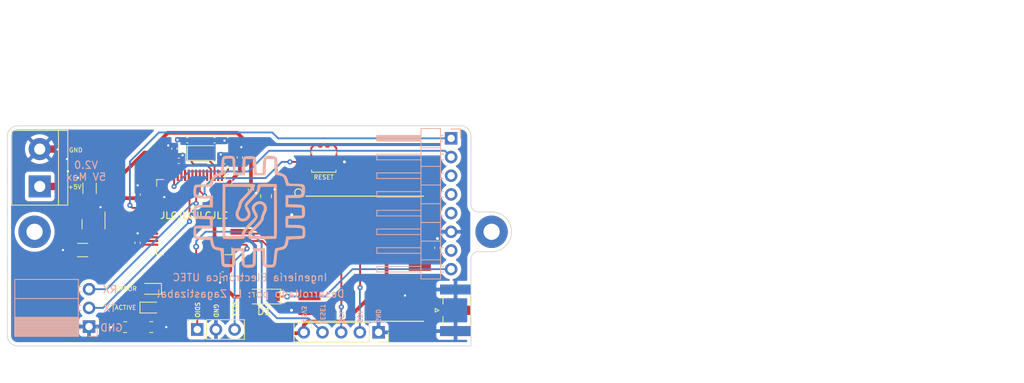
<source format=kicad_pcb>
(kicad_pcb (version 20211014) (generator pcbnew)
  (layers (0 "F.Cu" signal) (31 "B.Cu" power) (34 "B.Paste" user) (35 "F.Paste" user) (36 "B.SilkS" user "B.Silkscreen") (37 "F.SilkS" user "F.Silkscreen") (38 "B.Mask" user) (39 "F.Mask" user) (44 "Edge.Cuts" user))
  (net 0 "")
  (net 1 "+3V3")
  (net 2 "I2C1_SCL")
  (net 3 "GND")
  (net 4 "I2C1_SDA")
  (net 6 "NRST")
  (net 7 "+3.3VA")
  (net 8 "Net-(D1-Pad1)")
  (net 9 "Net-(D2-Pad1)")
  (net 10 "RESET_RFM9X")
  (net 12 "/ANT")
  (net 17 "V_REF_IN")
  (net 18 "GREEN_LED")
  (net 19 "V_REF_OUT")
  (net 20 "V_GAS")
  (net 21 "RED_LED")
  (net 23 "SWDIO")
  (net 24 "SWCLK")
  (net 28 "+5V")
  (net 33 "SPI3_NSS")
  (net 34 "SPI3_SCK")
  (net 35 "SPI3_MISO")
  (net 36 "SPI3_MOSI")
  (net 37 "LSE_IN")
  (net 38 "LSE_OUT")
  (net 39 "Net-(D3-Pad1)")
  (net 40 "LPUART1_TX")
  (net 41 "LPUART1_RX")
  (net 42 "BOOT0")
  (net 61 "RESET_SHT31")
  (footprint "TerminalBlock:TerminalBlock_bornier-2_P5.08mm" (layer "F.Cu") (at 48.2 92.14 90)
    (fp_text reference "J1" hide)
    (fp_text value "Input")
  )
  (footprint "Capacitor_SMD:C_0402_1005Metric" (layer "F.Cu") (at 68.25 85.855 180)
    (fp_text reference "C13" hide)
    (fp_text value "13p")
  )
  (footprint "Capacitor_SMD:C_0402_1005Metric" (layer "F.Cu") (at 102.24 100.48 90)
    (fp_text reference "C14" hide)
    (fp_text value "100n")
  )
  (footprint "Diode_SMD:D_SOD-123" (layer "F.Cu") (at 78.71 107.1 180)
    (fp_text reference "D1")
    (fp_text value "Schottky SD103AW")
  )
  (footprint "Package_QFP:LQFP-64_10x10mm_P0.5mm" (layer "F.Cu") (at 69.2 96.3 -90)
    (fp_text reference "U1" hide)
    (fp_text value "STM32L431RCTx" hide)
  )
  (footprint "Capacitor_SMD:C_0402_1005Metric" (layer "F.Cu") (at 66.5 87 90)
    (fp_text reference "C10" hide)
    (fp_text value "1u")
  )
  (footprint "Capacitor_SMD:C_0402_1005Metric" (layer "F.Cu") (at 67.1 88.65)
    (fp_text reference "C11" hide)
    (fp_text value "10n")
  )
  (footprint "Capacitor_SMD:C_1206_3216Metric" (layer "F.Cu") (at 54.97 92.4 90)
    (fp_text reference "C1" hide)
    (fp_text value "4u7")
  )
  (footprint "MountingHole:MountingHole_2.2mm_M2_Pad" (layer "F.Cu") (at 109.6 98.3)
    (fp_text reference "H1" hide)
    (fp_text value "MountingHole" hide)
  )
  (footprint "Capacitor_SMD:C_0402_1005Metric" (layer "F.Cu") (at 76.9 92.55 -90)
    (fp_text reference "C8" hide)
    (fp_text value "100n")
  )
  (footprint "Capacitor_SMD:C_0402_1005Metric" (layer "F.Cu") (at 75.4 88.2 90)
    (fp_text reference "C3" hide)
    (fp_text value "1u")
  )
  (footprint "Capacitor_SMD:C_0402_1005Metric" (layer "F.Cu") (at 61.5 99.8 90)
    (fp_text reference "C6" hide)
    (fp_text value "100n")
  )
  (footprint "Inductor_SMD:L_0402_1005Metric" (layer "F.Cu") (at 64.75 87.55)
    (fp_text reference "L1" hide)
    (fp_text value "39n")
  )
  (footprint "Capacitor_SMD:C_1206_3216Metric" (layer "F.Cu") (at 54.03 100.78 180)
    (fp_text reference "C2" hide)
    (fp_text value "4u7")
  )
  (footprint "Button_Switch_SMD:SW_SPST_B3U-1000P" (layer "F.Cu") (at 86.8 88.8)
    (fp_text reference "SW1" hide)
    (fp_text value "SW_Push")
  )
  (footprint "Resistor_SMD:R_0805_2012Metric" (layer "F.Cu") (at 78.95 93.46 90)
    (fp_text reference "R1" hide)
    (fp_text value "10k")
  )
  (footprint "Resistor_SMD:R_0805_2012Metric" (layer "F.Cu") (at 63.35 111.25)
    (fp_text reference "R2" hide)
    (fp_text value "10k")
  )
  (footprint "Crystal:Q13FC1350000400" (layer "F.Cu") (at 70.05 84.7)
    (fp_text reference "Y1" hide)
    (fp_text value "Q-SC32S03210C5AAAF 32.768kHz")
  )
  (footprint "Resistor_SMD:R_0805_2012Metric" (layer "F.Cu") (at 59.8 111.25 180)
    (fp_text reference "R3" hide)
    (fp_text value "10k")
  )
  (footprint "Capacitor_SMD:C_0402_1005Metric" (layer "F.Cu") (at 73.3 88.7 180)
    (fp_text reference "C4" hide)
    (fp_text value "100n")
  )
  (footprint "Package_TO_SOT_SMD:SOT-23" (layer "F.Cu") (at 55.51 97.27 -90)
    (fp_text reference "U3" hide)
    (fp_text value "HE9073A33MR")
  )
  (footprint "Connector_PinSocket_2.54mm:PinSocket_1x05_P2.54mm_Vertical" (layer "F.Cu") (at 94.24 111.96 -90)
    (fp_text reference "J4" hide)
    (fp_text value "Conn_01x05_Male")
  )
  (footprint "Capacitor_SMD:C_0402_1005Metric" (layer "F.Cu") (at 86.8 86.55)
    (fp_text reference "C9" hide)
    (fp_text value "100n")
  )
  (footprint "Capacitor_SMD:C_0402_1005Metric" (layer "F.Cu") (at 71.95 85.855)
    (fp_text reference "C12" hide)
    (fp_text value "13p")
  )
  (footprint "Capacitor_SMD:C_0402_1005Metric" (layer "F.Cu") (at 73.05 104.1 180)
    (fp_text reference "C7" hide)
    (fp_text value "100n")
  )
  (footprint "LoRa_RFM9x:RFM9X-SMD" (layer "F.Cu") (at 92.35 101.96)
    (fp_text reference "U2" hide)
    (fp_text value "RFM9X")
  )
  (footprint "Capacitor_SMD:C_0402_1005Metric" (layer "F.Cu") (at 61.5 93.25 90)
    (fp_text reference "C5" hide)
    (fp_text value "100n")
  )
  (footprint "MountingHole:MountingHole_2.2mm_M2_Pad" (layer "F.Cu") (at 47.5 98.3)
    (fp_text reference "H2" hide)
    (fp_text value "MountingHole" hide)
  )
  (footprint "LED_SMD:LED_0603_1608Metric" (layer "F.Cu") (at 63.3 108.6)
    (fp_text reference "D2" hide)
    (fp_text value "Green")
  )
  (footprint "LED_SMD:LED_0603_1608Metric" (layer "F.Cu") (at 63.25 106.05 180)
    (fp_text reference "D3" hide)
    (fp_text value "Red")
  )
  (footprint "Connector_PinSocket_2.54mm:PinSocket_1x03_P2.54mm_Vertical" (layer "F.Cu") (at 69.6 111.575 90)
    (fp_text reference "J2" hide)
    (fp_text value "Conn_01x03")
  )
  (footprint "Connector_Coaxial:SMA_Samtec_SMA-J-P-X-ST-EM1_EdgeMount" (layer "F.Cu") (at 104.7 108.97 90)
    (fp_text reference "J7" hide)
    (fp_text value "SMA")
  )
  (footprint "Symbol:electronica" (layer "B.Cu") (at 76.727211 94.987333 180)
    (fp_text reference "G***" hide)
    (fp_text value "LOGO" hide)
  )
  (footprint "Connector_PinSocket_2.54mm:PinSocket_1x03_P2.54mm_Horizontal" (layer "B.Cu") (at 54.9 111.18)
    (fp_text reference "J5" hide)
    (fp_text value "Conn_01x03_Female")
  )
  (footprint "Connector_PinHeader_2.54mm:PinHeader_1x08_P2.54mm_Horizontal" (layer "B.Cu") (at 104.1 85.6 180)
    (fp_text reference "J3" hide)
    (fp_text value "SPEC Sensor 968-001")
  )
  (gr_line (start 45.2 83.9) (end 105.40332 83.89668) (layer "Edge.Cuts") (width 0.1))
  (gr_arc (start 43.8 85.3) (mid 44.21102 84.31102) (end 45.2 83.9) (layer "Edge.Cuts") (width 0.1))
  (gr_line (start 106.80332 85.29668) (end 106.8 94.622183) (layer "Edge.Cuts") (width 0.1))
  (gr_arc (start 107.7 95.6) (mid 107.05925 95.286661) (end 106.8 94.622183) (layer "Edge.Cuts") (width 0.1))
  (gr_arc (start 105.40332 83.89668) (mid 106.3923 84.3077) (end 106.80332 85.29668) (layer "Edge.Cuts") (width 0.1))
  (gr_arc (start 106.8 101.9) (mid 107.113339 101.25925) (end 107.777817 101) (layer "Edge.Cuts") (width 0.1))
  (gr_arc (start 45.19668 113.80332) (mid 44.209051 113.390949) (end 43.79668 112.40332) (layer "Edge.Cuts") (width 0.1))
  (gr_line (start 43.8 85.3) (end 43.79668 112.40332) (layer "Edge.Cuts") (width 0.1))
  (gr_line (start 45.19668 113.80332) (end 106.8 113.8) (layer "Edge.Cuts") (width 0.1))
  (gr_line (start 107.7 95.6) (end 109.7 95.6) (layer "Edge.Cuts") (width 0.1))
  (gr_line (start 106.8 101.9) (end 106.8 113.8) (layer "Edge.Cuts") (width 0.1))
  (gr_arc (start 109.7 95.6) (mid 112.30416 98.352783) (end 109.6 101.007397) (layer "Edge.Cuts") (width 0.1))
  (gr_line (start 107.777817 101) (end 109.6 101.007397) (layer "Edge.Cuts") (width 0.1))
  (gr_text "SDA" (at 91.7 109.8 270) (layer "B.SilkS") (effects (font (size 0.6 0.6) (thickness 0.125)) (justify mirror)))
  (gr_text "+3V3" (at 84.09 109.58 270) (layer "B.SilkS") (effects (font (size 0.6 0.6) (thickness 0.125)) (justify mirror)))
  (gr_text "RESET" (at 86.64 109.53 270) (layer "B.SilkS") (effects (font (size 0.6 0.6) (thickness 0.125)) (justify mirror)))
  (gr_text "Desarrollado por: L. Zagastizabal" (at 76.84 106.73) (layer "B.SilkS") (effects (font (size 1 1)) (justify mirror)))
  (gr_text "V2.0\n5V Max" (at 54.49 90.04) (layer "B.SilkS") (effects (font (size 1 1)) (justify mirror)))
  (gr_text "GND" (at 94.19 109.73 270) (layer "B.SilkS") (effects (font (size 0.6 0.6) (thickness 0.125)) (justify mirror)))
  (gr_text "TX\n" (at 57.7 108.69) (layer "B.SilkS") (effects (font (size 1 1)) (justify mirror)))
  (gr_text "Ingeniería Electrónica UTEC" (at 76.76 104.5) (layer "B.SilkS") (effects (font (size 1 1)) (justify mirror)))
  (gr_text "RX\n" (at 57.75 106.14) (layer "B.SilkS") (effects (font (size 1 1)) (justify mirror)))
  (gr_text "GND" (at 57.95 111.34) (layer "B.SilkS") (effects (font (size 1 1)) (justify mirror)))
  (gr_text "SCL" (at 89.2 109.8 270) (layer "B.SilkS") (effects (font (size 0.6 0.6) (thickness 0.125)) (justify mirror)))
  (gr_text "+5V" (at 52.95 92.2) (layer "F.SilkS") (effects (font (size 0.6 0.6) (thickness 0.1))))
  (gr_text "." (at 73.7 88.9) (layer "F.SilkS") (effects (font (size 1.5 1.5) (thickness 0.3))))
  (gr_text "GND" (at 53.1 87.2) (layer "F.SilkS") (effects (font (size 0.6 0.6) (thickness 0.1))))
  (gr_text "RESET" (at 86.79 90.89) (layer "F.SilkS") (effects (font (size 0.6 0.6) (thickness 0.1))))
  (gr_text "ERROR" (at 59.9 106.05) (layer "F.SilkS") (effects (font (size 0.6 0.6) (thickness 0.1))))
  (gr_text "JLCJLCJLCJLC\n" (at 69.2 96.08) (layer "F.SilkS") (effects (font (size 0.9 0.9))))
  (gr_text "SCLK" (at 74.68 108.83 270) (layer "F.SilkS") (effects (font (size 0.6 0.6) (thickness 0.125))))
  (gr_text "GND" (at 72.15 109.025 270) (layer "F.SilkS") (effects (font (size 0.6 0.6) (thickness 0.125))))
  (gr_text "ACTIVE" (at 59.85 108.6) (layer "F.SilkS") (effects (font (size 0.6 0.6) (thickness 0.1))))
  (gr_text "SDIO" (at 69.61 108.9 270) (layer "F.SilkS") (effects (font (size 0.6 0.6) (thickness 0.125))))
  (segment (start 77.06 109.1) (end 77.06 107.1) (width 0.5) (layer "F.Cu") (net 1))
  (segment (start 76.9 88) (end 76.22 88.68) (width 0.5) (layer "F.Cu") (net 1))
  (segment (start 75.03 84.85) (end 72.9 84.85) (width 0.5) (layer "F.Cu") (net 1))
  (segment (start 75.4 88.68) (end 73.8 88.68) (width 0.5) (layer "F.Cu") (net 1))
  (segment (start 61.5 100.28) (end 57.76 100.28) (width 0.5) (layer "F.Cu") (net 1))
  (segment (start 63.525 100.05) (end 62.4 100.05) (width 0.25) (layer "F.Cu") (net 1))
  (segment (start 95.33 101.64) (end 95.33 104.86) (width 0.5) (layer "F.Cu") (net 1))
  (segment (start 72.95 103.13) (end 73.53 103.71) (width 0.25) (layer "F.Cu") (net 1))
  (segment (start 58.23 99.81) (end 57.26 100.78) (width 0.5) (layer "F.Cu") (net 1))
  (segment (start 74.875 92.55) (end 75.74 92.55) (width 0.25) (layer "F.Cu") (net 1))
  (segment (start 74.11 103.52) (end 74.11 101.11) (width 0.5) (layer "F.Cu") (net 1))
  (segment (start 84.58 110.5) (end 84.08 111) (width 0.5) (layer "F.Cu") (net 1))
  (segment (start 71.95 98.95) (end 71.95 93.57) (width 0.5) (layer "F.Cu") (net 1))
  (segment (start 62.17 100.28) (end 61.5 100.28) (width 0.25) (layer "F.Cu") (net 1))
  (segment (start 84.08 111) (end 84.08 111.96) (width 0.5) (layer "F.Cu") (net 1))
  (segment (start 75.74 92.55) (end 76.22 92.07) (width 0.25) (layer "F.Cu") (net 1))
  (segment (start 58.23 95.36) (end 58.23 99.81) (width 0.5) (layer "F.Cu") (net 1))
  (segment (start 62.4 100.05) (end 62.17 100.28) (width 0.25) (layer "F.Cu") (net 1))
  (segment (start 71.95 93.57) (end 75.4 90.12) (width 0.5) (layer "F.Cu") (net 1))
  (segment (start 59.17 93.73) (end 58.23 94.67) (width 0.5) (layer "F.Cu") (net 1))
  (segment (start 76.9 88) (end 76.9 86.72) (width 0.5) (layer "F.Cu") (net 1))
  (segment (start 72.95 90.625) (end 73.075 90.625) (width 0.25) (layer "F.Cu") (net 1))
  (segment (start 76.9 86.72) (end 75.03 84.85) (width 0.5) (layer "F.Cu") (net 1))
  (segment (start 96.01 100.96) (end 95.33 101.64) (width 0.5) (layer "F.Cu") (net 1))
  (segment (start 57.76 100.28) (end 57.26 100.78) (width 0.5) (layer "F.Cu") (net 1))
  (segment (start 74.58 107.1) (end 74.59 107.09) (width 0.5) (layer "F.Cu") (net 1))
  (segment (start 57.26 100.78) (end 55.505 100.78) (width 0.5) (layer "F.Cu") (net 1))
  (segment (start 58.23 94.67) (end 58.23 95.36) (width 0.25) (layer "F.Cu") (net 1))
  (segment (start 61.5 93.73) (end 59.17 93.73) (width 0.5) (layer "F.Cu") (net 1))
  (segment (start 73.78 89.92) (end 73.78 88.7) (width 0.25) (layer "F.Cu") (net 1))
  (segment (start 62.17 93.73) (end 61.5 93.73) (width 0.25) (layer "F.Cu") (net 1))
  (segment (start 73.53 104.1) (end 73.53 106.05) (width 0.5) (layer "F.Cu") (net 1))
  (segment (start 72.9 84.85) (end 65.6 84.85) (width 0.5) (layer "F.Cu") (net 1))
  (segment (start 55.505 100.78) (end 55.505 98.2125) (width 0.5) (layer "F.Cu") (net 1))
  (segment (start 80.035 112.075) (end 77.06 109.1) (width 0.5) (layer "F.Cu") (net 1))
  (segment (start 74.59 107.09) (end 74.6 107.1) (width 0.5) (layer "F.Cu") (net 1))
  (segment (start 76.22 88.68) (end 75.4 88.68) (width 0.5) (layer "F.Cu") (net 1))
  (segment (start 63.525 93.55) (end 62.35 93.55) (width 0.25) (layer "F.Cu") (net 1))
  (segment (start 84.1 112.075) (end 80.035 112.075) (width 0.5) (layer "F.Cu") (net 1))
  (segment (start 99.35 100.96) (end 102.24 100.96) (width 0.5) (layer "F.Cu") (net 1))
  (segment (start 73.53 106.05) (end 74.58 107.1) (width 0.5) (layer "F.Cu") (net 1))
  (segment (start 76.22 92.07) (end 76.9 92.07) (width 0.25) (layer "F.Cu") (net 1))
  (segment (start 73.53 103.71) (end 73.53 104.1) (width 0.25) (layer "F.Cu") (net 1))
  (segment (start 64.265 87.55) (end 62.4 87.55) (width 0.5) (layer "F.Cu") (net 1))
  (segment (start 73.8 88.68) (end 73.78 88.7) (width 0.5) (layer "F.Cu") (net 1))
  (segment (start 64.265 86.185) (end 64.265 87.55) (width 0.5) (layer "F.Cu") (net 1))
  (segment (start 74.6 107.1) (end 77.06 107.1) (width 0.5) (layer "F.Cu") (net 1))
  (segment (start 89.69 110.5) (end 84.58 110.5) (width 0.5) (layer "F.Cu") (net 1))
  (segment (start 65.6 84.85) (end 64.265 86.185) (width 0.5) (layer "F.Cu") (net 1))
  (segment (start 72.95 101.975) (end 72.95 103.13) (width 0.25) (layer "F.Cu") (net 1))
  (segment (start 58.23 91.72) (end 58.23 95.36) (width 0.5) (layer "F.Cu") (net 1))
  (segment (start 73.075 90.625) (end 73.78 89.92) (width 0.25) (layer "F.Cu") (net 1))
  (segment (start 75.4 90.12) (end 75.4 88.68) (width 0.5) (layer "F.Cu") (net 1))
  (segment (start 99.35 100.96) (end 96.01 100.96) (width 0.5) (layer "F.Cu") (net 1))
  (segment (start 76.9 92.07) (end 76.9 90.41) (width 0.5) (layer "F.Cu") (net 1))
  (segment (start 62.35 93.55) (end 62.17 93.73) (width 0.25) (layer "F.Cu") (net 1))
  (segment (start 76.9 90.41) (end 76.9 88) (width 0.5) (layer "F.Cu") (net 1))
  (segment (start 73.53 104.1) (end 74.11 103.52) (width 0.5) (layer "F.Cu") (net 1))
  (segment (start 55.505 98.2125) (end 55.51 98.2075) (width 0.5) (layer "F.Cu") (net 1))
  (segment (start 74.11 101.11) (end 71.95 98.95) (width 0.5) (layer "F.Cu") (net 1))
  (segment (start 62.4 87.55) (end 58.23 91.72) (width 0.5) (layer "F.Cu") (net 1))
  (segment (start 95.33 104.86) (end 89.69 110.5) (width 0.5) (layer "F.Cu") (net 1))
  (segment (start 79.78 95.8) (end 82.98 92.6) (width 0.25) (layer "F.Cu") (net 2))
  (segment (start 82.98 92.6) (end 88.39 92.6) (width 0.25) (layer "F.Cu") (net 2))
  (segment (start 88.39 92.6) (end 88.5 92.71) (width 0.25) (layer "F.Cu") (net 2))
  (segment (start 88.5 92.71) (end 89.18 93.39) (width 0.25) (layer "F.Cu") (net 2))
  (segment (start 76.98 95.8) (end 79.78 95.8) (width 0.25) (layer "F.Cu") (net 2))
  (segment (start 74.875 95.55) (end 76.73 95.55) (width 0.25) (layer "F.Cu") (net 2))
  (segment (start 76.73 95.55) (end 76.98 95.8) (width 0.25) (layer "F.Cu") (net 2))
  (segment (start 89.18 93.39) (end 89.18 108.51) (width 0.25) (layer "F.Cu") (net 2))
  (via (at 89.18 108.51) (size 0.7) (drill 0.3) (layers "F.Cu" "B.Cu") (net 2))
  (segment (start 89.16 108.53) (end 89.18 108.51) (width 0.25) (layer "B.Cu") (net 2))
  (segment (start 89.16 111.96) (end 89.16 108.53) (width 0.25) (layer "B.Cu") (net 2))
  (segment (start 97.83 106.96) (end 99.35 106.96) (width 0.25) (layer "F.Cu") (net 3))
  (segment (start 77.59 93.03) (end 76.9 93.03) (width 0.25) (layer "F.Cu") (net 3))
  (segment (start 67.45 89.4) (end 67.58 89.27) (width 0.25) (layer "F.Cu") (net 3))
  (segment (start 72.57 105.07) (end 72.7 105.2) (width 0.25) (layer "F.Cu") (net 3))
  (segment (start 78.9575 92.54) (end 78.95 92.5475) (width 0.25) (layer "F.Cu") (net 3))
  (segment (start 64.6 93.05) (end 65.15 93.6) (width 0.25) (layer "F.Cu") (net 3))
  (segment (start 82.41 108.96) (end 85.35 108.96) (width 0.25) (layer "F.Cu") (net 3))
  (segment (start 62.35 99.55) (end 62.12 99.32) (width 0.25) (layer "F.Cu") (net 3))
  (segment (start 72.43 85.855) (end 73.255 85.855) (width 0.25) (layer "F.Cu") (net 3))
  (segment (start 72.45 103.265704) (end 72.57 103.385704) (width 0.25) (layer "F.Cu") (net 3))
  (segment (start 66.955 85.855) (end 66.9 85.8) (width 0.25) (layer "F.Cu") (net 3))
  (segment (start 80.1 92.54) (end 78.9575 92.54) (width 0.25) (layer "F.Cu") (net 3))
  (segment (start 50.66 87.06) (end 51.95 88.35) (width 1) (layer "F.Cu") (net 3))
  (segment (start 65.68 86.52) (end 65.65 86.55) (width 0.25) (layer "F.Cu") (net 3))
  (segment (start 62.4 93.05) (end 62.12 92.77) (width 0.25) (layer "F.Cu") (net 3))
  (segment (start 51.36 100.78) (end 52.555 100.78) (width 0.25) (layer "F.Cu") (net 3))
  (segment (start 88.5 86.9) (end 88.5 88.8) (width 0.25) (layer "F.Cu") (net 3))
  (segment (start 48.2 87.06) (end 50.66 87.06) (width 1) (layer "F.Cu") (net 3))
  (segment (start 102.24 99.22) (end 102.24 100) (width 0.25) (layer "F.Cu") (net 3))
  (segment (start 75.4 87.72) (end 75.4 87) (width 0.25) (layer "F.Cu") (net 3))
  (segment (start 63.525 93.05) (end 62.4 93.05) (width 0.25) (layer "F.Cu") (net 3))
  (segment (start 74.875 93.05) (end 76.88 93.05) (width 0.25) (layer "F.Cu") (net 3))
  (segment (start 51.95 88.35) (end 51.95 90.05) (width 1) (layer "F.Cu") (net 3))
  (segment (start 62.12 99.32) (end 61.5 99.32) (width 0.25) (layer "F.Cu") (net 3))
  (segment (start 67.58 87.92) (end 67.6 87.9) (width 0.25) (layer "F.Cu") (net 3))
  (segment (start 82.44 95.74) (end 83.22 94.96) (width 0.25) (layer "F.Cu") (net 3))
  (segment (start 72.82 87.82) (end 72.8 87.8) (width 0.25) (layer "F.Cu") (net 3))
  (segment (start 72.57 103.385704) (end 72.57 104.1) (width 0.25) (layer "F.Cu") (net 3))
  (segment (start 67.58 88.65) (end 67.58 87.92) (width 0.25) (layer "F.Cu") (net 3))
  (segment (start 67.45 90.625) (end 67.45 89.4) (width 0.25) (layer "F.Cu") (net 3))
  (segment (start 51.95 90.05) (end 52.595 90.695) (width 1) (layer "F.Cu") (net 3))
  (segment (start 67.58 89.27) (end 67.58 88.65) (width 0.25) (layer "F.Cu") (net 3))
  (segment (start 88.15 86.55) (end 88.5 86.9) (width 0.25) (layer "F.Cu") (net 3))
  (segment (start 66.5 86.52) (end 65.68 86.52) (width 0.25) (layer "F.Cu") (net 3))
  (segment (start 87.28 86.55) (end 88.15 86.55) (width 0.25) (layer "F.Cu") (net 3))
  (segment (start 64.175 111.25) (end 65.35 111.25) (width 0.25) (layer "F.Cu") (net 3))
  (segment (start 63.525 99.55) (end 62.35 99.55) (width 0.25) (layer "F.Cu") (net 3))
  (segment (start 83.22 94.96) (end 85.35 94.96) (width 0.25) (layer "F.Cu") (net 3))
  (segment (start 52.595 90.695) (end 52.825 90.925) (width 1) (layer "F.Cu") (net 3))
  (segment (start 72.57 104.1) (end 72.57 105.07) (width 0.25) (layer "F.Cu") (net 3))
  (segment (start 72.82 88.7) (end 72.82 87.82) (width 0.25) (layer "F.Cu") (net 3))
  (segment (start 73.255 85.855) (end 73.3 85.9) (width 0.25) (layer "F.Cu") (net 3))
  (segment (start 58.975 111.25) (end 57.85 111.25) (width 0.25) (layer "F.Cu") (net 3))
  (segment (start 52.825 90.925) (end 55.3 90.925) (width 1) (layer "F.Cu") (net 3))
  (segment (start 82.44 95.98) (end 82.44 95.74) (width 0.25) (layer "F.Cu") (net 3))
  (segment (start 88.5 88.8) (end 89.6 88.8) (width 0.25) (layer "F.Cu") (net 3))
  (segment (start 67.77 85.855) (end 66.955 85.855) (width 0.25) (layer "F.Cu") (net 3))
  (segment (start 62.12 92.77) (end 61.5 92.77) (width 0.25) (layer "F.Cu") (net 3))
  (segment (start 75.4 87) (end 75.6 86.8) (width 0.25) (layer "F.Cu") (net 3))
  (segment (start 72.45 101.975) (end 72.45 103.265704) (width 0.25) (layer "F.Cu") (net 3))
  (segment (start 56.46 96.3325) (end 56.46 94.96) (width 0.25) (layer "F.Cu") (net 3))
  (segment (start 61.5 92.77) (end 61.5 92) (width 0.25) (layer "F.Cu") (net 3))
  (segment (start 63.525 93.05) (end 64.6 93.05) (width 0.25) (layer "F.Cu") (net 3))
  (segment (start 61.5 99.32) (end 61.5 98.5) (width 0.25) (layer "F.Cu") (net 3))
  (via (at 89.6 88.8) (size 0.9) (drill 0.4) (layers "F.Cu" "B.Cu") (net 3))
  (via (at 61.51 98.51) (size 0.7) (drill 0.3) (layers "F.Cu" "B.Cu") (net 3))
  (via (at 66.92 85.81) (size 0.7) (drill 0.3) (layers "F.Cu" "B.Cu") (net 3))
  (via (at 73.3 85.91) (size 0.7) (drill 0.3) (layers "F.Cu" "B.Cu") (net 3))
  (via (at 82.44 95.98) (size 0.9) (drill 0.4) (layers "F.Cu" "B.Cu") (net 3))
  (via (at 80.1 92.54) (size 0.7) (drill 0.3) (layers "F.Cu" "B.Cu") (net 3))
  (via (at 53.4 90.95) (size 0.7) (drill 0.3) (layers "F.Cu" "B.Cu") (net 3))
  (via (at 57.88 111.27) (size 0.7) (drill 0.3) (layers "F.Cu" "B.Cu") (net 3))
  (via (at 67.6 87.9) (size 0.7) (drill 0.3) (layers "F.Cu" "B.Cu") (net 3))
  (via (at 56.46 94.96) (size 0.7) (drill 0.3) (layers "F.Cu" "B.Cu") (net 3))
  (via (at 82.41 108.96) (size 0.9) (drill 0.4) (layers "F.Cu" "B.Cu") (net 3))
  (via (at 65.66 86.57) (size 0.7) (drill 0.3) (layers "F.Cu" "B.Cu") (net 3))
  (via (at 77.59 93.03) (size 0.7) (drill 0.3) (layers "F.Cu" "B.Cu") (net 3))
  (via (at 75.6 86.8) (size 0.7) (drill 0.3) (layers "F.Cu" "B.Cu") (net 3))
  (via (at 72.7 105.2) (size 0.7) (drill 0.3) (layers "F.Cu" "B.Cu") (net 3))
  (via (at 52.03 90.08) (size 0.7) (drill 0.3) (layers "F.Cu" "B.Cu") (net 3))
  (via (at 51.36 100.78) (size 0.7) (drill 0.3) (layers "F.Cu" "B.Cu") (net 3))
  (via (at 72.8 87.79) (size 0.7) (drill 0.3) (layers "F.Cu" "B.Cu") (net 3))
  (via (at 102.24 99.22) (size 0.9) (drill 0.4) (layers "F.Cu" "B.Cu") (net 3))
  (via (at 65.13 93.58) (size 0.7) (drill 0.3) (layers "F.Cu" "B.Cu") (net 3))
  (via (at 50.63 87.12) (size 0.7) (drill 0.3) (layers "F.Cu" "B.Cu") (net 3))
  (via (at 61.51 91.99) (size 0.7) (drill 0.3) (layers "F.Cu" "B.Cu") (net 3))
  (via (at 65.39 111.25) (size 0.7) (drill 0.3) (layers "F.Cu" "B.Cu") (net 3))
  (via (at 97.83 106.96) (size 0.7) (drill 0.3) (layers "F.Cu" "B.Cu") (net 3))
  (via (at 51.9 88.42) (size 0.7) (drill 0.3) (layers "F.Cu" "B.Cu") (net 3))
  (segment (start 77.24 95.35) (end 79.59 95.35) (width 0.25) (layer "F.Cu") (net 4))
  (segment (start 76.94 95.05) (end 77.24 95.35) (width 0.25) (layer "F.Cu") (net 4))
  (segment (start 82.81 92.13) (end 90.8 92.13) (width 0.25) (layer "F.Cu") (net 4))
  (segment (start 91.73 93.06) (end 91.73 105.88) (width 0.25) (layer "F.Cu") (net 4))
  (segment (start 90.8 92.13) (end 91.73 93.06) (width 0.25) (layer "F.Cu") (net 4))
  (segment (start 74.875 95.05) (end 76.94 95.05) (width 0.25) (layer "F.Cu") (net 4))
  (segment (start 79.59 95.35) (end 82.81 92.13) (width 0.25) (layer "F.Cu") (net 4))
  (via (at 91.73 105.88) (size 0.7) (drill 0.3) (layers "F.Cu" "B.Cu") (net 4))
  (segment (start 91.7 105.91) (end 91.73 105.88) (width 0.25) (layer "B.Cu") (net 4))
  (segment (start 91.7 111.96) (end 91.7 105.91) (width 0.25) (layer "B.Cu") (net 4))
  (segment (start 85.45 86.55) (end 85.1 86.9) (width 0.25) (layer "F.Cu") (net 6))
  (segment (start 82.2 88.8) (end 85.1 88.8) (width 0.25) (layer "F.Cu") (net 6))
  (segment (start 69.95 90.625) (end 69.95 92.75) (width 0.25) (layer "F.Cu") (net 6))
  (segment (start 86.32 86.55) (end 85.45 86.55) (width 0.25) (layer "F.Cu") (net 6))
  (segment (start 85.1 86.9) (end 85.1 88.8) (width 0.25) (layer "F.Cu") (net 6))
  (segment (start 69.95 92.75) (end 70.6 93.4) (width 0.25) (layer "F.Cu") (net 6))
  (via (at 82.2 88.8) (size 0.7) (drill 0.3) (layers "F.Cu" "B.Cu") (net 6))
  (via (at 70.6 93.4) (size 0.7) (drill 0.3) (layers "F.Cu" "B.Cu") (net 6))
  (segment (start 78.9 91) (end 80.55 89.35) (width 0.25) (layer "B.Cu") (net 6))
  (segment (start 80.55 89.35) (end 81.1 88.8) (width 0.25) (layer "B.Cu") (net 6))
  (segment (start 70.6 93.4) (end 70.6 92.2) (width 0.25) (layer "B.Cu") (net 6))
  (segment (start 71.65 91.15) (end 71.8 91) (width 0.25) (layer "B.Cu") (net 6))
  (segment (start 81.1 88.8) (end 82.2 88.8) (width 0.25) (layer "B.Cu") (net 6))
  (segment (start 71.8 91) (end 76.6 91) (width 0.25) (layer "B.Cu") (net 6))
  (segment (start 76.6 91) (end 78.9 91) (width 0.25) (layer "B.Cu") (net 6))
  (segment (start 70.6 92.2) (end 71.65 91.15) (width 0.25) (layer "B.Cu") (net 6))
  (segment (start 66.5 88) (end 66.5 87.48) (width 0.25) (layer "F.Cu") (net 7))
  (segment (start 65.92 87.48) (end 65.85 87.55) (width 0.25) (layer "F.Cu") (net 7))
  (segment (start 66.62 88.12) (end 66.5 88) (width 0.25) (layer "F.Cu") (net 7))
  (segment (start 66.95 90.625) (end 66.95 89.6) (width 0.25) (layer "F.Cu") (net 7))
  (segment (start 65.85 87.55) (end 65.235 87.55) (width 0.25) (layer "F.Cu") (net 7))
  (segment (start 66.95 89.6) (end 66.62 89.27) (width 0.25) (layer "F.Cu") (net 7))
  (segment (start 66.62 88.65) (end 66.62 88.12) (width 0.25) (layer "F.Cu") (net 7))
  (segment (start 66.5 87.48) (end 65.92 87.48) (width 0.25) (layer "F.Cu") (net 7))
  (segment (start 66.62 89.27) (end 66.62 88.65) (width 0.25) (layer "F.Cu") (net 7))
  (segment (start 80.36 107.1) (end 81.83 107.1) (width 0.25) (layer "F.Cu") (net 8))
  (via (at 81.83 107.1) (size 0.8) (drill 0.4) (layers "F.Cu" "B.Cu") (net 8))
  (segment (start 90.7 103.38) (end 104.1 103.38) (width 0.25) (layer "B.Cu") (net 8))
  (segment (start 81.83 107.1) (end 86.98 107.1) (width 0.25) (layer "B.Cu") (net 8))
  (segment (start 86.98 107.1) (end 90.7 103.38) (width 0.25) (layer "B.Cu") (net 8))
  (segment (start 62.5125 109.3475) (end 62.5125 108.6) (width 0.25) (layer "F.Cu") (net 9))
  (segment (start 62.4375 109.4225) (end 62.5125 109.3475) (width 0.25) (layer "F.Cu") (net 9))
  (segment (start 62.4375 111.25) (end 62.4375 109.4225) (width 0.25) (layer "F.Cu") (net 9))
  (segment (start 78.45 99.55) (end 80.5 101.6) (width 0.25) (layer "F.Cu") (net 10))
  (segment (start 80.5 101.6) (end 80.5 104.21) (width 0.25) (layer "F.Cu") (net 10))
  (segment (start 74.875 99.55) (end 78.45 99.55) (width 0.25) (layer "F.Cu") (net 10))
  (segment (start 81.25 104.96) (end 85.35 104.96) (width 0.25) (layer "F.Cu") (net 10))
  (segment (start 80.5 104.21) (end 81.25 104.96) (width 0.25) (layer "F.Cu") (net 10))
  (segment (start 99.35 108.96) (end 99.36 108.97) (width 0.25) (layer "F.Cu") (net 12))
  (segment (start 99.36 108.97) (end 104.9 108.97) (width 1.2) (layer "F.Cu") (net 12))
  (segment (start 66.45 92.15) (end 66.45 90.625) (width 0.25) (layer "F.Cu") (net 17))
  (via (at 66.45 92.15) (size 0.7) (drill 0.3) (layers "F.Cu" "B.Cu") (net 17))
  (segment (start 68.5 90.1) (end 66.45 92.15) (width 0.25) (layer "B.Cu") (net 17))
  (segment (start 104.1 88.14) (end 103.25 87.29) (width 0.25) (layer "B.Cu") (net 17))
  (segment (start 79.36 87.29) (end 76.55 90.1) (width 0.25) (layer "B.Cu") (net 17))
  (segment (start 103.25 87.29) (end 79.36 87.29) (width 0.25) (layer "B.Cu") (net 17))
  (segment (start 76.55 90.1) (end 68.5 90.1) (width 0.25) (layer "B.Cu") (net 17))
  (segment (start 67.95 101.975) (end 67.95 106.05) (width 0.25) (layer "F.Cu") (net 18))
  (segment (start 64.8 107.3) (end 64.0875 108.0125) (width 0.25) (layer "F.Cu") (net 18))
  (segment (start 67.95 106.05) (end 66.7 107.3) (width 0.25) (layer "F.Cu") (net 18))
  (segment (start 64.0875 108.0125) (end 64.0875 108.6) (width 0.25) (layer "F.Cu") (net 18))
  (segment (start 66.7 107.3) (end 64.8 107.3) (width 0.25) (layer "F.Cu") (net 18))
  (segment (start 65.95 93.15) (end 65.95 95.2) (width 0.25) (layer "F.Cu") (net 19))
  (segment (start 65.35 92.55) (end 65.95 93.15) (width 0.25) (layer "F.Cu") (net 19))
  (segment (start 65.6 95.55) (end 63.525 95.55) (width 0.25) (layer "F.Cu") (net 19))
  (segment (start 65.95 95.2) (end 65.6 95.55) (width 0.25) (layer "F.Cu") (net 19))
  (segment (start 63.525 92.55) (end 65.35 92.55) (width 0.25) (layer "F.Cu") (net 19))
  (segment (start 60.8 95.05) (end 63.525 95.05) (width 0.25) (layer "F.Cu") (net 20))
  (segment (start 60.45 94.7) (end 60.8 95.05) (width 0.25) (layer "F.Cu") (net 20))
  (via (at 60.45 94.7) (size 0.7) (drill 0.3) (layers "F.Cu" "B.Cu") (net 20))
  (segment (start 60.45 94.7) (end 60.45 88.75) (width 0.25) (layer "B.Cu") (net 20))
  (segment (start 64.4 84.8) (end 60.45 88.75) (width 0.25) (layer "B.Cu") (net 20))
  (segment (start 80.6 85.6) (end 79.8 84.8) (width 0.25) (layer "B.Cu") (net 20))
  (segment (start 79.8 84.8) (end 64.4 84.8) (width 0.25) (layer "B.Cu") (net 20))
  (segment (start 104.1 85.6) (end 80.6 85.6) (width 0.25) (layer "B.Cu") (net 20))
  (segment (start 62.4625 104.3375) (end 62.4625 106.05) (width 0.25) (layer "F.Cu") (net 21))
  (segment (start 67.45 103.4) (end 66.95 103.9) (width 0.25) (layer "F.Cu") (net 21))
  (segment (start 62.9 103.9) (end 62.4625 104.3375) (width 0.25) (layer "F.Cu") (net 21))
  (segment (start 67.45 101.975) (end 67.45 103.4) (width 0.25) (layer "F.Cu") (net 21))
  (segment (start 66.95 103.9) (end 62.9 103.9) (width 0.25) (layer "F.Cu") (net 21))
  (segment (start 69.6 107.7) (end 69.6 111.575) (width 0.25) (layer "F.Cu") (net 23))
  (segment (start 71.95 105.35) (end 69.6 107.7) (width 0.25) (layer "F.Cu") (net 23))
  (segment (start 71.95 101.975) (end 71.95 105.35) (width 0.25) (layer "F.Cu") (net 23))
  (segment (start 76.22 100.05) (end 74.875 100.05) (width 0.25) (layer "F.Cu") (net 24))
  (segment (start 76.37 100.2) (end 76.22 100.05) (width 0.25) (layer "F.Cu") (net 24))
  (segment (start 76.37 100.59) (end 76.37 100.2) (width 0.25) (layer "F.Cu") (net 24))
  (via (at 76.37 100.59) (size 0.7) (drill 0.3) (layers "F.Cu" "B.Cu") (net 24))
  (segment (start 74.68 111.575) (end 74.68 102.28) (width 0.25) (layer "B.Cu") (net 24))
  (segment (start 74.68 102.28) (end 76.37 100.59) (width 0.25) (layer "B.Cu") (net 24))
  (segment (start 50.44 92.14) (end 52.175 93.875) (width 1) (layer "F.Cu") (net 28))
  (segment (start 54.97 94.59) (end 54.56 95) (width 1) (layer "F.Cu") (net 28))
  (segment (start 54.56 95) (end 54.56 96.3325) (width 1) (layer "F.Cu") (net 28))
  (segment (start 54.97 93.875) (end 54.97 94.59) (width 1) (layer "F.Cu") (net 28))
  (segment (start 52.175 93.875) (end 54.97 93.875) (width 1) (layer "F.Cu") (net 28))
  (segment (start 48.2 92.14) (end 50.44 92.14) (width 1) (layer "F.Cu") (net 28))
  (segment (start 74.875 97.55) (end 78.7 97.55) (width 0.25) (layer "F.Cu") (net 33))
  (segment (start 78.7 97.55) (end 83.03 93.22) (width 0.25) (layer "F.Cu") (net 33))
  (segment (start 87.86 102.51) (end 87.41 102.96) (width 0.25) (layer "F.Cu") (net 33))
  (segment (start 87.86 93.93) (end 87.86 102.51) (width 0.25) (layer "F.Cu") (net 33))
  (segment (start 87.41 102.96) (end 85.35 102.96) (width 0.25) (layer "F.Cu") (net 33))
  (segment (start 83.03 93.22) (end 87.15 93.22) (width 0.25) (layer "F.Cu") (net 33))
  (segment (start 87.15 93.22) (end 87.86 93.93) (width 0.25) (layer "F.Cu") (net 33))
  (segment (start 79.61 99.05) (end 81.52 100.96) (width 0.25) (layer "F.Cu") (net 34))
  (segment (start 81.52 100.96) (end 85.35 100.96) (width 0.25) (layer "F.Cu") (net 34))
  (segment (start 74.875 99.05) (end 79.61 99.05) (width 0.25) (layer "F.Cu") (net 34))
  (segment (start 81.62 96.96) (end 85.35 96.96) (width 0.25) (layer "F.Cu") (net 35))
  (segment (start 74.875 98.55) (end 80.03 98.55) (width 0.25) (layer "F.Cu") (net 35))
  (segment (start 80.03 98.55) (end 81.62 96.96) (width 0.25) (layer "F.Cu") (net 35))
  (segment (start 86.68 98.96) (end 85.35 98.96) (width 0.25) (layer "F.Cu") (net 36))
  (segment (start 74.875 98.05) (end 78.95 98.05) (width 0.25) (layer "F.Cu") (net 36))
  (segment (start 78.95 98.05) (end 83.24 93.76) (width 0.25) (layer "F.Cu") (net 36))
  (segment (start 83.24 93.76) (end 86.52 93.76) (width 0.25) (layer "F.Cu") (net 36))
  (segment (start 87.16 94.4) (end 87.16 98.48) (width 0.25) (layer "F.Cu") (net 36))
  (segment (start 87.16 98.48) (end 86.68 98.96) (width 0.25) (layer "F.Cu") (net 36))
  (segment (start 86.52 93.76) (end 87.16 94.4) (width 0.25) (layer "F.Cu") (net 36))
  (segment (start 71.95 89.35) (end 71.35 88.75) (width 0.25) (layer "F.Cu") (net 37))
  (segment (start 71.35 88.75) (end 71.35 87.6) (width 0.25) (layer "F.Cu") (net 37))
  (segment (start 71.95 90.625) (end 71.95 89.35) (width 0.25) (layer "F.Cu") (net 37))
  (segment (start 71.35 87.6) (end 71.35 86.45) (width 0.25) (layer "F.Cu") (net 37))
  (segment (start 71.47 86.33) (end 71.47 85.855) (width 0.25) (layer "F.Cu") (net 37))
  (segment (start 71.35 86.45) (end 71.47 86.33) (width 0.25) (layer "F.Cu") (net 37))
  (segment (start 71.45 89.784994) (end 70.815006 89.15) (width 0.25) (layer "F.Cu") (net 38))
  (segment (start 68.85 88.85) (end 68.85 87.6) (width 0.25) (layer "F.Cu") (net 38))
  (segment (start 68.85 87.6) (end 68.85 86.45) (width 0.25) (layer "F.Cu") (net 38))
  (segment (start 71.45 90.625) (end 71.45 89.784994) (width 0.25) (layer "F.Cu") (net 38))
  (segment (start 68.85 86.45) (end 68.73 86.33) (width 0.25) (layer "F.Cu") (net 38))
  (segment (start 69.15 89.15) (end 68.85 88.85) (width 0.25) (layer "F.Cu") (net 38))
  (segment (start 68.73 86.33) (end 68.73 85.855) (width 0.25) (layer "F.Cu") (net 38))
  (segment (start 70.815006 89.15) (end 69.15 89.15) (width 0.25) (layer "F.Cu") (net 38))
  (segment (start 63.65 107.3) (end 61.6 107.3) (width 0.25) (layer "F.Cu") (net 39))
  (segment (start 60.7125 111.25) (end 60.7125 108.1875) (width 0.25) (layer "F.Cu") (net 39))
  (segment (start 64.0375 106.9125) (end 63.65 107.3) (width 0.25) (layer "F.Cu") (net 39))
  (segment (start 60.7125 108.1875) (end 61.6 107.3) (width 0.25) (layer "F.Cu") (net 39))
  (segment (start 64.0375 106.05) (end 64.0375 106.9125) (width 0.25) (layer "F.Cu") (net 39))
  (segment (start 68.95 93.35) (end 68.95 90.625) (width 0.25) (layer "F.Cu") (net 40))
  (segment (start 68.55 96.9) (end 68.55 93.75) (width 0.25) (layer "F.Cu") (net 40))
  (segment (start 68.55 93.75) (end 68.95 93.35) (width 0.25) (layer "F.Cu") (net 40))
  (via (at 68.55 96.9) (size 0.7) (drill 0.3) (layers "F.Cu" "B.Cu") (net 40))
  (segment (start 54.9 108.64) (end 56.81 108.64) (width 0.25) (layer "B.Cu") (net 40))
  (segment (start 56.81 108.64) (end 68.55 96.9) (width 0.25) (layer "B.Cu") (net 40))
  (segment (start 69.45 94.45) (end 69.45 90.625) (width 0.25) (layer "F.Cu") (net 41))
  (via (at 69.45 94.45) (size 0.7) (drill 0.3) (layers "F.Cu" "B.Cu") (net 41))
  (segment (start 57.3 106.1) (end 68.95 94.45) (width 0.25) (layer "B.Cu") (net 41))
  (segment (start 54.9 106.1) (end 57.3 106.1) (width 0.25) (layer "B.Cu") (net 41))
  (segment (start 68.95 94.45) (end 69.45 94.45) (width 0.25) (layer "B.Cu") (net 41))
  (segment (start 77.8775 94.3725) (end 78.95 94.3725) (width 0.25) (layer "F.Cu") (net 42))
  (segment (start 77.7 94.55) (end 77.8775 94.3725) (width 0.25) (layer "F.Cu") (net 42))
  (segment (start 74.875 94.55) (end 77.7 94.55) (width 0.25) (layer "F.Cu") (net 42))
  (segment (start 69.46 100.32) (end 69.46 101.965) (width 0.25) (layer "F.Cu") (net 61))
  (segment (start 69.46 101.965) (end 69.45 101.975) (width 0.25) (layer "F.Cu") (net 61))
  (via (at 69.46 100.32) (size 0.8) (drill 0.4) (layers "F.Cu" "B.Cu") (net 61))
  (segment (start 84.21 110.05) (end 80.44 110.05) (width 0.25) (layer "B.Cu") (net 61))
  (segment (start 69.46 99.56) (end 69.46 100.32) (width 0.25) (layer "B.Cu") (net 61))
  (segment (start 84.71 110.05) (end 84.21 110.05) (width 0.25) (layer "B.Cu") (net 61))
  (segment (start 76.78 98.29) (end 70.73 98.29) (width 0.25) (layer "B.Cu") (net 61))
  (segment (start 78.36 100.1) (end 78.36 99.87) (width 0.25) (layer "B.Cu") (net 61))
  (segment (start 69.75 99.27) (end 69.46 99.56) (width 0.25) (layer "B.Cu") (net 61))
  (segment (start 86.62 111.96) (end 84.71 110.05) (width 0.25) (layer "B.Cu") (net 61))
  (segment (start 80.44 110.05) (end 78.36 107.97) (width 0.25) (layer "B.Cu") (net 61))
  (segment (start 78.36 107.97) (end 78.36 100.1) (width 0.25) (layer "B.Cu") (net 61))
  (segment (start 78.36 99.87) (end 76.78 98.29) (width 0.25) (layer "B.Cu") (net 61))
  (segment (start 70.73 98.29) (end 69.75 99.27) (width 0.25) (layer "B.Cu") (net 61))
  (zone (net 3) (net_name "GND") (layer "B.Cu") (connect_pads (clearance 0.508)) (min_thickness 0.254) (fill yes (thermal_gap 0.508) (thermal_bridge_width 0.508))
    (polygon (pts (xy 73.7 86.4) (xy 72.1 86.4) (xy 72.1 88.7) (xy 68.1 88.7) (xy 68.1 86.5) (xy 67.3 86.5) (xy 67.3 86.1) (xy 66.6 86.1) (xy 66.6 85.2) (xy 73.7 85.2)))
  )
  (zone (net 3) (net_name "GND") (layer "B.Cu") (connect_pads (clearance 0.508)) (min_thickness 0.254) (fill yes (thermal_gap 0.508) (thermal_bridge_width 0.508))
    (polygon (pts (xy 74.2 86.3) (xy 73.4 86.3) (xy 73.4 85.6) (xy 74.2 85.6)))
  )
  (zone (net 3) (net_name "GND") (layer "B.Cu") (connect_pads (clearance 0.508)) (min_thickness 0.254) (fill yes (thermal_gap 0.508) (thermal_bridge_width 0.508))
    (polygon (pts (xy 66.1 86.2) (xy 67 86.2) (xy 67 87.6) (xy 68 87.6) (xy 68 89.1) (xy 72.3 89.1) (xy 72.3 87.5) (xy 73.8 87.5) (xy 73.8 84.1) (xy 106.7 84.1) (xy 106.7 113.7) (xy 43.9 113.7) (xy 43.9 84) (xy 66.1 84)))
  )
)
</source>
